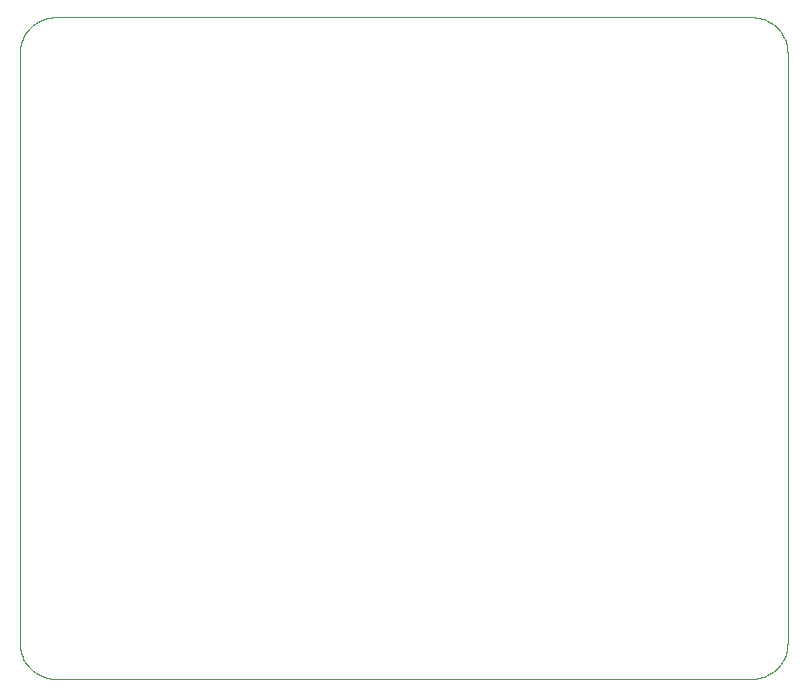
<source format=gbo>
G75*
%MOIN*%
%OFA0B0*%
%FSLAX24Y24*%
%IPPOS*%
%LPD*%
%AMOC8*
5,1,8,0,0,1.08239X$1,22.5*
%
%ADD10C,0.0039*%
D10*
X008983Y003305D02*
X008983Y022990D01*
X008985Y023056D01*
X008990Y023122D01*
X009000Y023188D01*
X009013Y023253D01*
X009029Y023317D01*
X009049Y023380D01*
X009073Y023442D01*
X009100Y023502D01*
X009130Y023561D01*
X009164Y023618D01*
X009201Y023673D01*
X009241Y023726D01*
X009283Y023777D01*
X009329Y023825D01*
X009377Y023871D01*
X009428Y023913D01*
X009481Y023953D01*
X009536Y023990D01*
X009593Y024024D01*
X009652Y024054D01*
X009712Y024081D01*
X009774Y024105D01*
X009837Y024125D01*
X009901Y024141D01*
X009966Y024154D01*
X010032Y024164D01*
X010098Y024169D01*
X010164Y024171D01*
X033393Y024171D01*
X033459Y024169D01*
X033525Y024164D01*
X033591Y024154D01*
X033656Y024141D01*
X033720Y024125D01*
X033783Y024105D01*
X033845Y024081D01*
X033905Y024054D01*
X033964Y024024D01*
X034021Y023990D01*
X034076Y023953D01*
X034129Y023913D01*
X034180Y023871D01*
X034228Y023825D01*
X034274Y023777D01*
X034316Y023726D01*
X034356Y023673D01*
X034393Y023618D01*
X034427Y023561D01*
X034457Y023502D01*
X034484Y023442D01*
X034508Y023380D01*
X034528Y023317D01*
X034544Y023253D01*
X034557Y023188D01*
X034567Y023122D01*
X034572Y023056D01*
X034574Y022990D01*
X034574Y003305D01*
X034572Y003239D01*
X034567Y003173D01*
X034557Y003107D01*
X034544Y003042D01*
X034528Y002978D01*
X034508Y002915D01*
X034484Y002853D01*
X034457Y002793D01*
X034427Y002734D01*
X034393Y002677D01*
X034356Y002622D01*
X034316Y002569D01*
X034274Y002518D01*
X034228Y002470D01*
X034180Y002424D01*
X034129Y002382D01*
X034076Y002342D01*
X034021Y002305D01*
X033964Y002271D01*
X033905Y002241D01*
X033845Y002214D01*
X033783Y002190D01*
X033720Y002170D01*
X033656Y002154D01*
X033591Y002141D01*
X033525Y002131D01*
X033459Y002126D01*
X033393Y002124D01*
X010164Y002124D01*
X010098Y002126D01*
X010032Y002131D01*
X009966Y002141D01*
X009901Y002154D01*
X009837Y002170D01*
X009774Y002190D01*
X009712Y002214D01*
X009652Y002241D01*
X009593Y002271D01*
X009536Y002305D01*
X009481Y002342D01*
X009428Y002382D01*
X009377Y002424D01*
X009329Y002470D01*
X009283Y002518D01*
X009241Y002569D01*
X009201Y002622D01*
X009164Y002677D01*
X009130Y002734D01*
X009100Y002793D01*
X009073Y002853D01*
X009049Y002915D01*
X009029Y002978D01*
X009013Y003042D01*
X009000Y003107D01*
X008990Y003173D01*
X008985Y003239D01*
X008983Y003305D01*
M02*

</source>
